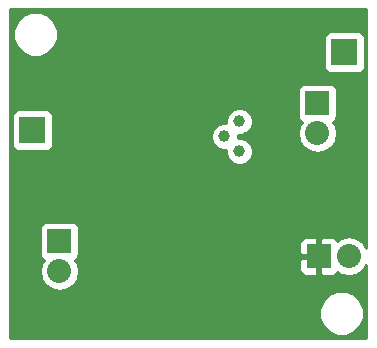
<source format=gbl>
G04 #@! TF.FileFunction,Copper,L2,Bot,Signal*
%FSLAX46Y46*%
G04 Gerber Fmt 4.6, Leading zero omitted, Abs format (unit mm)*
G04 Created by KiCad (PCBNEW 0.201508140901+6091~28~ubuntu14.04.1-product) date Fri 18 Sep 2015 07:53:11 PM CEST*
%MOMM*%
G01*
G04 APERTURE LIST*
%ADD10C,0.076200*%
%ADD11R,2.032000X2.032000*%
%ADD12O,2.032000X2.032000*%
%ADD13C,1.000760*%
%ADD14R,2.235200X2.235200*%
%ADD15C,0.685800*%
%ADD16C,0.254000*%
G04 APERTURE END LIST*
D10*
D11*
X150114000Y-116078000D03*
D12*
X150114000Y-118618000D03*
D11*
X172085000Y-117348000D03*
D12*
X174625000Y-117348000D03*
D11*
X171958000Y-104394000D03*
D12*
X171958000Y-106934000D03*
D13*
X164084000Y-107188000D03*
X165354000Y-105918000D03*
X165354000Y-108458000D03*
D14*
X147828000Y-106680000D03*
X174244000Y-100076000D03*
D15*
X154432000Y-100584000D03*
X157988000Y-97282000D03*
D16*
G36*
X176099000Y-116607032D02*
X175792433Y-116148222D01*
X175256810Y-115790330D01*
X174625000Y-115664655D01*
X173993190Y-115790330D01*
X173656999Y-116014966D01*
X173639327Y-115972302D01*
X173460699Y-115793673D01*
X173227310Y-115697000D01*
X172370750Y-115697000D01*
X172212000Y-115855750D01*
X172212000Y-117221000D01*
X172232000Y-117221000D01*
X172232000Y-117475000D01*
X172212000Y-117475000D01*
X172212000Y-118840250D01*
X172370750Y-118999000D01*
X173227310Y-118999000D01*
X173460699Y-118902327D01*
X173639327Y-118723698D01*
X173656999Y-118681034D01*
X173993190Y-118905670D01*
X174625000Y-119031345D01*
X175256810Y-118905670D01*
X175792433Y-118547778D01*
X176099000Y-118088968D01*
X176099000Y-124283000D01*
X145973000Y-124283000D01*
X145973000Y-122547305D01*
X172104674Y-122547305D01*
X172391043Y-123240372D01*
X172920839Y-123771093D01*
X173613405Y-124058672D01*
X174363305Y-124059326D01*
X175056372Y-123772957D01*
X175587093Y-123243161D01*
X175874672Y-122550595D01*
X175875326Y-121800695D01*
X175588957Y-121107628D01*
X175059161Y-120576907D01*
X174366595Y-120289328D01*
X173616695Y-120288674D01*
X172923628Y-120575043D01*
X172392907Y-121104839D01*
X172105328Y-121797405D01*
X172104674Y-122547305D01*
X145973000Y-122547305D01*
X145973000Y-118618000D01*
X148430655Y-118618000D01*
X148556330Y-119249810D01*
X148914222Y-119785433D01*
X149449845Y-120143325D01*
X150081655Y-120269000D01*
X150146345Y-120269000D01*
X150778155Y-120143325D01*
X151313778Y-119785433D01*
X151671670Y-119249810D01*
X151797345Y-118618000D01*
X151671670Y-117986190D01*
X151444501Y-117646208D01*
X151463861Y-117633750D01*
X170434000Y-117633750D01*
X170434000Y-118490309D01*
X170530673Y-118723698D01*
X170709301Y-118902327D01*
X170942690Y-118999000D01*
X171799250Y-118999000D01*
X171958000Y-118840250D01*
X171958000Y-117475000D01*
X170592750Y-117475000D01*
X170434000Y-117633750D01*
X151463861Y-117633750D01*
X151581441Y-117558090D01*
X151726431Y-117345890D01*
X151777440Y-117094000D01*
X151777440Y-116205691D01*
X170434000Y-116205691D01*
X170434000Y-117062250D01*
X170592750Y-117221000D01*
X171958000Y-117221000D01*
X171958000Y-115855750D01*
X171799250Y-115697000D01*
X170942690Y-115697000D01*
X170709301Y-115793673D01*
X170530673Y-115972302D01*
X170434000Y-116205691D01*
X151777440Y-116205691D01*
X151777440Y-115062000D01*
X151733162Y-114826683D01*
X151594090Y-114610559D01*
X151381890Y-114465569D01*
X151130000Y-114414560D01*
X149098000Y-114414560D01*
X148862683Y-114458838D01*
X148646559Y-114597910D01*
X148501569Y-114810110D01*
X148450560Y-115062000D01*
X148450560Y-117094000D01*
X148494838Y-117329317D01*
X148633910Y-117545441D01*
X148782837Y-117647198D01*
X148556330Y-117986190D01*
X148430655Y-118618000D01*
X145973000Y-118618000D01*
X145973000Y-105562400D01*
X146062960Y-105562400D01*
X146062960Y-107797600D01*
X146107238Y-108032917D01*
X146246310Y-108249041D01*
X146458510Y-108394031D01*
X146710400Y-108445040D01*
X148945600Y-108445040D01*
X149180917Y-108400762D01*
X149397041Y-108261690D01*
X149542031Y-108049490D01*
X149593040Y-107797600D01*
X149593040Y-107412850D01*
X162948424Y-107412850D01*
X163120911Y-107830301D01*
X163440019Y-108149967D01*
X163857168Y-108323182D01*
X164218737Y-108323497D01*
X164218424Y-108682850D01*
X164390911Y-109100301D01*
X164710019Y-109419967D01*
X165127168Y-109593182D01*
X165578850Y-109593576D01*
X165996301Y-109421089D01*
X166315967Y-109101981D01*
X166489182Y-108684832D01*
X166489576Y-108233150D01*
X166317089Y-107815699D01*
X165997981Y-107496033D01*
X165580832Y-107322818D01*
X165219263Y-107322503D01*
X165219497Y-107053263D01*
X165578850Y-107053576D01*
X165868246Y-106934000D01*
X170274655Y-106934000D01*
X170400330Y-107565810D01*
X170758222Y-108101433D01*
X171293845Y-108459325D01*
X171925655Y-108585000D01*
X171990345Y-108585000D01*
X172622155Y-108459325D01*
X173157778Y-108101433D01*
X173515670Y-107565810D01*
X173641345Y-106934000D01*
X173515670Y-106302190D01*
X173288501Y-105962208D01*
X173425441Y-105874090D01*
X173570431Y-105661890D01*
X173621440Y-105410000D01*
X173621440Y-103378000D01*
X173577162Y-103142683D01*
X173438090Y-102926559D01*
X173225890Y-102781569D01*
X172974000Y-102730560D01*
X170942000Y-102730560D01*
X170706683Y-102774838D01*
X170490559Y-102913910D01*
X170345569Y-103126110D01*
X170294560Y-103378000D01*
X170294560Y-105410000D01*
X170338838Y-105645317D01*
X170477910Y-105861441D01*
X170626837Y-105963198D01*
X170400330Y-106302190D01*
X170274655Y-106934000D01*
X165868246Y-106934000D01*
X165996301Y-106881089D01*
X166315967Y-106561981D01*
X166489182Y-106144832D01*
X166489576Y-105693150D01*
X166317089Y-105275699D01*
X165997981Y-104956033D01*
X165580832Y-104782818D01*
X165129150Y-104782424D01*
X164711699Y-104954911D01*
X164392033Y-105274019D01*
X164218818Y-105691168D01*
X164218503Y-106052737D01*
X163859150Y-106052424D01*
X163441699Y-106224911D01*
X163122033Y-106544019D01*
X162948818Y-106961168D01*
X162948424Y-107412850D01*
X149593040Y-107412850D01*
X149593040Y-105562400D01*
X149548762Y-105327083D01*
X149409690Y-105110959D01*
X149197490Y-104965969D01*
X148945600Y-104914960D01*
X146710400Y-104914960D01*
X146475083Y-104959238D01*
X146258959Y-105098310D01*
X146113969Y-105310510D01*
X146062960Y-105562400D01*
X145973000Y-105562400D01*
X145973000Y-98925305D01*
X146196674Y-98925305D01*
X146483043Y-99618372D01*
X147012839Y-100149093D01*
X147705405Y-100436672D01*
X148455305Y-100437326D01*
X149148372Y-100150957D01*
X149679093Y-99621161D01*
X149954295Y-98958400D01*
X172478960Y-98958400D01*
X172478960Y-101193600D01*
X172523238Y-101428917D01*
X172662310Y-101645041D01*
X172874510Y-101790031D01*
X173126400Y-101841040D01*
X175361600Y-101841040D01*
X175596917Y-101796762D01*
X175813041Y-101657690D01*
X175958031Y-101445490D01*
X176009040Y-101193600D01*
X176009040Y-98958400D01*
X175964762Y-98723083D01*
X175825690Y-98506959D01*
X175613490Y-98361969D01*
X175361600Y-98310960D01*
X173126400Y-98310960D01*
X172891083Y-98355238D01*
X172674959Y-98494310D01*
X172529969Y-98706510D01*
X172478960Y-98958400D01*
X149954295Y-98958400D01*
X149966672Y-98928595D01*
X149967326Y-98178695D01*
X149680957Y-97485628D01*
X149151161Y-96954907D01*
X148458595Y-96667328D01*
X147708695Y-96666674D01*
X147015628Y-96953043D01*
X146484907Y-97482839D01*
X146197328Y-98175405D01*
X146196674Y-98925305D01*
X145973000Y-98925305D01*
X145973000Y-96443000D01*
X176099000Y-96443000D01*
X176099000Y-116607032D01*
X176099000Y-116607032D01*
G37*
X176099000Y-116607032D02*
X175792433Y-116148222D01*
X175256810Y-115790330D01*
X174625000Y-115664655D01*
X173993190Y-115790330D01*
X173656999Y-116014966D01*
X173639327Y-115972302D01*
X173460699Y-115793673D01*
X173227310Y-115697000D01*
X172370750Y-115697000D01*
X172212000Y-115855750D01*
X172212000Y-117221000D01*
X172232000Y-117221000D01*
X172232000Y-117475000D01*
X172212000Y-117475000D01*
X172212000Y-118840250D01*
X172370750Y-118999000D01*
X173227310Y-118999000D01*
X173460699Y-118902327D01*
X173639327Y-118723698D01*
X173656999Y-118681034D01*
X173993190Y-118905670D01*
X174625000Y-119031345D01*
X175256810Y-118905670D01*
X175792433Y-118547778D01*
X176099000Y-118088968D01*
X176099000Y-124283000D01*
X145973000Y-124283000D01*
X145973000Y-122547305D01*
X172104674Y-122547305D01*
X172391043Y-123240372D01*
X172920839Y-123771093D01*
X173613405Y-124058672D01*
X174363305Y-124059326D01*
X175056372Y-123772957D01*
X175587093Y-123243161D01*
X175874672Y-122550595D01*
X175875326Y-121800695D01*
X175588957Y-121107628D01*
X175059161Y-120576907D01*
X174366595Y-120289328D01*
X173616695Y-120288674D01*
X172923628Y-120575043D01*
X172392907Y-121104839D01*
X172105328Y-121797405D01*
X172104674Y-122547305D01*
X145973000Y-122547305D01*
X145973000Y-118618000D01*
X148430655Y-118618000D01*
X148556330Y-119249810D01*
X148914222Y-119785433D01*
X149449845Y-120143325D01*
X150081655Y-120269000D01*
X150146345Y-120269000D01*
X150778155Y-120143325D01*
X151313778Y-119785433D01*
X151671670Y-119249810D01*
X151797345Y-118618000D01*
X151671670Y-117986190D01*
X151444501Y-117646208D01*
X151463861Y-117633750D01*
X170434000Y-117633750D01*
X170434000Y-118490309D01*
X170530673Y-118723698D01*
X170709301Y-118902327D01*
X170942690Y-118999000D01*
X171799250Y-118999000D01*
X171958000Y-118840250D01*
X171958000Y-117475000D01*
X170592750Y-117475000D01*
X170434000Y-117633750D01*
X151463861Y-117633750D01*
X151581441Y-117558090D01*
X151726431Y-117345890D01*
X151777440Y-117094000D01*
X151777440Y-116205691D01*
X170434000Y-116205691D01*
X170434000Y-117062250D01*
X170592750Y-117221000D01*
X171958000Y-117221000D01*
X171958000Y-115855750D01*
X171799250Y-115697000D01*
X170942690Y-115697000D01*
X170709301Y-115793673D01*
X170530673Y-115972302D01*
X170434000Y-116205691D01*
X151777440Y-116205691D01*
X151777440Y-115062000D01*
X151733162Y-114826683D01*
X151594090Y-114610559D01*
X151381890Y-114465569D01*
X151130000Y-114414560D01*
X149098000Y-114414560D01*
X148862683Y-114458838D01*
X148646559Y-114597910D01*
X148501569Y-114810110D01*
X148450560Y-115062000D01*
X148450560Y-117094000D01*
X148494838Y-117329317D01*
X148633910Y-117545441D01*
X148782837Y-117647198D01*
X148556330Y-117986190D01*
X148430655Y-118618000D01*
X145973000Y-118618000D01*
X145973000Y-105562400D01*
X146062960Y-105562400D01*
X146062960Y-107797600D01*
X146107238Y-108032917D01*
X146246310Y-108249041D01*
X146458510Y-108394031D01*
X146710400Y-108445040D01*
X148945600Y-108445040D01*
X149180917Y-108400762D01*
X149397041Y-108261690D01*
X149542031Y-108049490D01*
X149593040Y-107797600D01*
X149593040Y-107412850D01*
X162948424Y-107412850D01*
X163120911Y-107830301D01*
X163440019Y-108149967D01*
X163857168Y-108323182D01*
X164218737Y-108323497D01*
X164218424Y-108682850D01*
X164390911Y-109100301D01*
X164710019Y-109419967D01*
X165127168Y-109593182D01*
X165578850Y-109593576D01*
X165996301Y-109421089D01*
X166315967Y-109101981D01*
X166489182Y-108684832D01*
X166489576Y-108233150D01*
X166317089Y-107815699D01*
X165997981Y-107496033D01*
X165580832Y-107322818D01*
X165219263Y-107322503D01*
X165219497Y-107053263D01*
X165578850Y-107053576D01*
X165868246Y-106934000D01*
X170274655Y-106934000D01*
X170400330Y-107565810D01*
X170758222Y-108101433D01*
X171293845Y-108459325D01*
X171925655Y-108585000D01*
X171990345Y-108585000D01*
X172622155Y-108459325D01*
X173157778Y-108101433D01*
X173515670Y-107565810D01*
X173641345Y-106934000D01*
X173515670Y-106302190D01*
X173288501Y-105962208D01*
X173425441Y-105874090D01*
X173570431Y-105661890D01*
X173621440Y-105410000D01*
X173621440Y-103378000D01*
X173577162Y-103142683D01*
X173438090Y-102926559D01*
X173225890Y-102781569D01*
X172974000Y-102730560D01*
X170942000Y-102730560D01*
X170706683Y-102774838D01*
X170490559Y-102913910D01*
X170345569Y-103126110D01*
X170294560Y-103378000D01*
X170294560Y-105410000D01*
X170338838Y-105645317D01*
X170477910Y-105861441D01*
X170626837Y-105963198D01*
X170400330Y-106302190D01*
X170274655Y-106934000D01*
X165868246Y-106934000D01*
X165996301Y-106881089D01*
X166315967Y-106561981D01*
X166489182Y-106144832D01*
X166489576Y-105693150D01*
X166317089Y-105275699D01*
X165997981Y-104956033D01*
X165580832Y-104782818D01*
X165129150Y-104782424D01*
X164711699Y-104954911D01*
X164392033Y-105274019D01*
X164218818Y-105691168D01*
X164218503Y-106052737D01*
X163859150Y-106052424D01*
X163441699Y-106224911D01*
X163122033Y-106544019D01*
X162948818Y-106961168D01*
X162948424Y-107412850D01*
X149593040Y-107412850D01*
X149593040Y-105562400D01*
X149548762Y-105327083D01*
X149409690Y-105110959D01*
X149197490Y-104965969D01*
X148945600Y-104914960D01*
X146710400Y-104914960D01*
X146475083Y-104959238D01*
X146258959Y-105098310D01*
X146113969Y-105310510D01*
X146062960Y-105562400D01*
X145973000Y-105562400D01*
X145973000Y-98925305D01*
X146196674Y-98925305D01*
X146483043Y-99618372D01*
X147012839Y-100149093D01*
X147705405Y-100436672D01*
X148455305Y-100437326D01*
X149148372Y-100150957D01*
X149679093Y-99621161D01*
X149954295Y-98958400D01*
X172478960Y-98958400D01*
X172478960Y-101193600D01*
X172523238Y-101428917D01*
X172662310Y-101645041D01*
X172874510Y-101790031D01*
X173126400Y-101841040D01*
X175361600Y-101841040D01*
X175596917Y-101796762D01*
X175813041Y-101657690D01*
X175958031Y-101445490D01*
X176009040Y-101193600D01*
X176009040Y-98958400D01*
X175964762Y-98723083D01*
X175825690Y-98506959D01*
X175613490Y-98361969D01*
X175361600Y-98310960D01*
X173126400Y-98310960D01*
X172891083Y-98355238D01*
X172674959Y-98494310D01*
X172529969Y-98706510D01*
X172478960Y-98958400D01*
X149954295Y-98958400D01*
X149966672Y-98928595D01*
X149967326Y-98178695D01*
X149680957Y-97485628D01*
X149151161Y-96954907D01*
X148458595Y-96667328D01*
X147708695Y-96666674D01*
X147015628Y-96953043D01*
X146484907Y-97482839D01*
X146197328Y-98175405D01*
X146196674Y-98925305D01*
X145973000Y-98925305D01*
X145973000Y-96443000D01*
X176099000Y-96443000D01*
X176099000Y-116607032D01*
M02*

</source>
